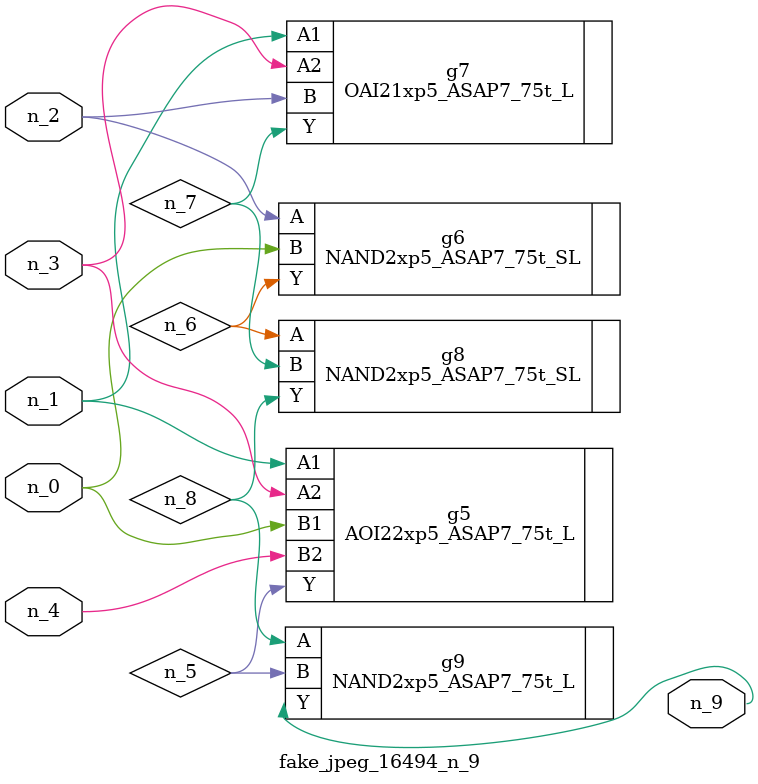
<source format=v>
module fake_jpeg_16494_n_9 (n_3, n_2, n_1, n_0, n_4, n_9);

input n_3;
input n_2;
input n_1;
input n_0;
input n_4;

output n_9;

wire n_8;
wire n_6;
wire n_5;
wire n_7;

AOI22xp5_ASAP7_75t_L g5 ( 
.A1(n_1),
.A2(n_3),
.B1(n_0),
.B2(n_4),
.Y(n_5)
);

NAND2xp5_ASAP7_75t_SL g6 ( 
.A(n_2),
.B(n_0),
.Y(n_6)
);

OAI21xp5_ASAP7_75t_L g7 ( 
.A1(n_1),
.A2(n_3),
.B(n_2),
.Y(n_7)
);

NAND2xp5_ASAP7_75t_SL g8 ( 
.A(n_6),
.B(n_7),
.Y(n_8)
);

NAND2xp5_ASAP7_75t_L g9 ( 
.A(n_8),
.B(n_5),
.Y(n_9)
);


endmodule
</source>
